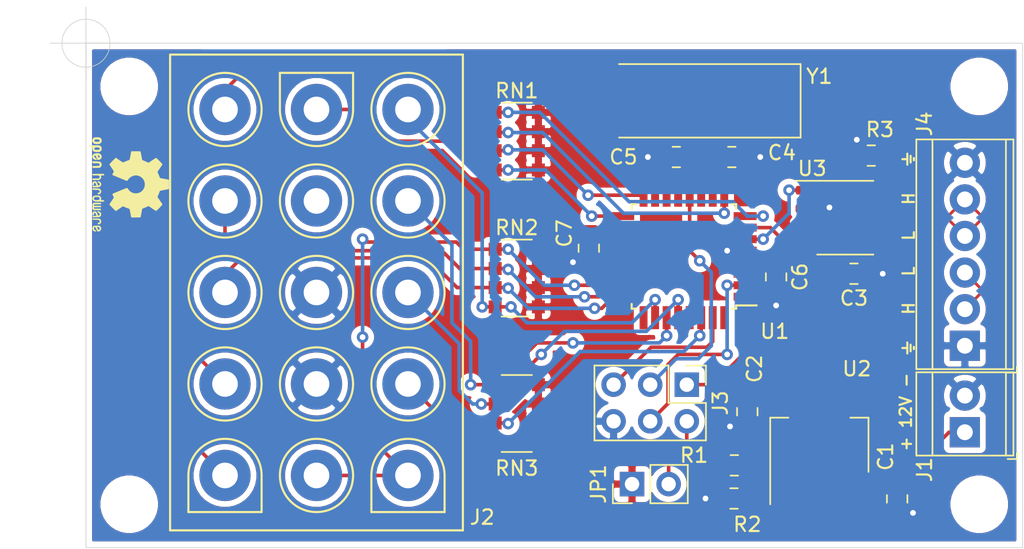
<source format=kicad_pcb>
(kicad_pcb (version 20171130) (host pcbnew 5.1.6+dfsg1-1)
  (title_block (title "Matemat Switch Feedback Interface") (date 2020-08-24) (rev 1) (company "CCC Basel"))
  (layers (0 F.Cu signal) (31 B.Cu signal) (34 B.Paste user) (35 F.Paste user) (36 B.SilkS user) (37 F.SilkS user) (38 B.Mask user) (39 F.Mask user) (44 Edge.Cuts user))
  (net 0 "")
  (net 1 GND)
  (net 2 +12V)
  (net 3 +5V)
  (net 4 "Net-(C4-Pad2)")
  (net 5 "Net-(C5-Pad2)")
  (net 6 /RESET)
  (net 7 "Net-(J3-Pad2)")
  (net 8 /CAN_P)
  (net 9 "Net-(R1-Pad2)")
  (net 10 "Net-(R3-Pad1)")
  (net 11 /D_EMPTY)
  (net 12 /SW_RESET)
  (net 13 /F_END)
  (net 14 /E_EMPTY)
  (net 15 /G_END)
  (net 16 /F_EMPTY)
  (net 17 /H_END)
  (net 18 /G_EMPTY)
  (net 19 /E_END)
  (net 20 /H_EMPTY)
  (net 21 /D_END)
  (net 22 /MOSI)
  (net 23 /SCK)
  (net 24 /MISO)
  (net 25 /RXCAN)
  (net 26 /TXCAN)
  (net 27 /CAN_N)
  (module Symbol:OSHW-Logo2_7.3x6mm_SilkScreen (layer F.Cu) (at 113 79.8 270)
    (fp_text reference REF** hide)
    (fp_text value OSHW-Logo2_7.3x6mm_SilkScreen hide)
  )
  (module Package_SO:SOIC-8_3.9x4.9mm_P1.27mm (layer F.Cu) (at 162.7 82.11)
    (fp_text reference U3 (at -2.3 -3.41) (layer F.SilkS))
    (fp_text value MCP2551-I-SN)
    (pad 8 smd roundrect (at 2.475 -1.905) (size 1.95 0.6) (layers F.Cu F.Paste F.Mask) (net 10 "Net-(R3-Pad1)"))
    (pad 7 smd roundrect (at 2.475 -0.635) (size 1.95 0.6) (layers F.Cu F.Paste F.Mask) (net 8 /CAN_P))
    (pad 6 smd roundrect (at 2.475 0.635) (size 1.95 0.6) (layers F.Cu F.Paste F.Mask) (net 27 /CAN_N))
    (pad 5 smd roundrect (at 2.475 1.905) (size 1.95 0.6) (layers F.Cu F.Paste F.Mask))
    (pad 4 smd roundrect (at -2.475 1.905) (size 1.95 0.6) (layers F.Cu F.Paste F.Mask) (net 25 /RXCAN))
    (pad 3 smd roundrect (at -2.475 0.635) (size 1.95 0.6) (layers F.Cu F.Paste F.Mask) (net 3 +5V))
    (pad 2 smd roundrect (at -2.475 -0.635) (size 1.95 0.6) (layers F.Cu F.Paste F.Mask) (net 1 GND))
    (pad 1 smd roundrect (at -2.475 -1.905) (size 1.95 0.6) (layers F.Cu F.Paste F.Mask) (net 26 /TXCAN))
  )
  (module MountingHole:MountingHole_3.2mm_M3_ISO7380 (layer F.Cu) (at 172 102)
    (fp_text reference H4 hide)
    (fp_text value SE)
    (pad 1 np_thru_hole circle (at 0 0) (size 3.2 3.2) (drill 3.2) (layers *.Cu *.Mask))
  )
  (module MountingHole:MountingHole_3.2mm_M3_ISO7380 (layer F.Cu) (at 172 73)
    (fp_text reference H3 hide)
    (fp_text value NE)
    (pad 1 np_thru_hole circle (at 0 0) (size 3.2 3.2) (drill 3.2) (layers *.Cu *.Mask))
  )
  (module MountingHole:MountingHole_3.2mm_M3_ISO7380 (layer F.Cu) (at 113 102)
    (fp_text reference H2 hide)
    (fp_text value SW)
    (pad 1 np_thru_hole circle (at 0 0) (size 3.2 3.2) (drill 3.2) (layers *.Cu *.Mask))
  )
  (module MountingHole:MountingHole_3.2mm_M3_ISO7380 (layer F.Cu) (at 113 73)
    (fp_text reference H1 hide)
    (fp_text value NW)
    (pad 1 np_thru_hole circle (at 0 0) (size 3.2 3.2) (drill 3.2) (layers *.Cu *.Mask))
  )
  (module Resistor_SMD:R_Array_Convex_4x1206 (layer F.Cu) (at 139.9 95.7)
    (fp_text reference RN3 (at 0 3.8) (layer F.SilkS))
    (fp_text value 1k)
    (pad 6 smd rect (at 1.5 0.66) (size 0.9 0.9) (layers F.Cu F.Paste F.Mask) (net 3 +5V))
    (pad 5 smd rect (at 1.5 2) (size 0.9 0.9) (layers F.Cu F.Paste F.Mask) (net 3 +5V))
    (pad 8 smd rect (at 1.5 -2) (size 0.9 0.9) (layers F.Cu F.Paste F.Mask) (net 3 +5V))
    (pad 7 smd rect (at 1.5 -0.66) (size 0.9 0.9) (layers F.Cu F.Paste F.Mask) (net 3 +5V))
    (pad 3 smd rect (at -1.5 0.66) (size 0.9 0.9) (layers F.Cu F.Paste F.Mask) (net 18 /G_EMPTY))
    (pad 2 smd rect (at -1.5 -0.66) (size 0.9 0.9) (layers F.Cu F.Paste F.Mask) (net 16 /F_EMPTY))
    (pad 4 smd rect (at -1.5 2) (size 0.9 0.9) (layers F.Cu F.Paste F.Mask))
    (pad 1 smd rect (at -1.5 -2) (size 0.9 0.9) (layers F.Cu F.Paste F.Mask) (net 14 /E_EMPTY))
  )
  (module Resistor_SMD:R_Array_Convex_4x1206 (layer F.Cu) (at 139.9 86.3)
    (fp_text reference RN2 (at 0 -3.5) (layer F.SilkS))
    (fp_text value 1k)
    (pad 6 smd rect (at 1.5 0.66) (size 0.9 0.9) (layers F.Cu F.Paste F.Mask) (net 3 +5V))
    (pad 5 smd rect (at 1.5 2) (size 0.9 0.9) (layers F.Cu F.Paste F.Mask) (net 3 +5V))
    (pad 8 smd rect (at 1.5 -2) (size 0.9 0.9) (layers F.Cu F.Paste F.Mask) (net 3 +5V))
    (pad 7 smd rect (at 1.5 -0.66) (size 0.9 0.9) (layers F.Cu F.Paste F.Mask) (net 3 +5V))
    (pad 3 smd rect (at -1.5 0.66) (size 0.9 0.9) (layers F.Cu F.Paste F.Mask) (net 17 /H_END))
    (pad 2 smd rect (at -1.5 -0.66) (size 0.9 0.9) (layers F.Cu F.Paste F.Mask) (net 15 /G_END))
    (pad 4 smd rect (at -1.5 2) (size 0.9 0.9) (layers F.Cu F.Paste F.Mask) (net 11 /D_EMPTY))
    (pad 1 smd rect (at -1.5 -2) (size 0.9 0.9) (layers F.Cu F.Paste F.Mask) (net 20 /H_EMPTY))
  )
  (module Resistor_SMD:R_Array_Convex_4x1206 (layer F.Cu) (at 139.9 76.8)
    (fp_text reference RN1 (at 0 -3.5) (layer F.SilkS))
    (fp_text value 1k)
    (pad 6 smd rect (at 1.5 0.66) (size 0.9 0.9) (layers F.Cu F.Paste F.Mask) (net 3 +5V))
    (pad 5 smd rect (at 1.5 2) (size 0.9 0.9) (layers F.Cu F.Paste F.Mask) (net 3 +5V))
    (pad 8 smd rect (at 1.5 -2) (size 0.9 0.9) (layers F.Cu F.Paste F.Mask) (net 3 +5V))
    (pad 7 smd rect (at 1.5 -0.66) (size 0.9 0.9) (layers F.Cu F.Paste F.Mask) (net 3 +5V))
    (pad 3 smd rect (at -1.5 0.66) (size 0.9 0.9) (layers F.Cu F.Paste F.Mask) (net 13 /F_END))
    (pad 2 smd rect (at -1.5 -0.66) (size 0.9 0.9) (layers F.Cu F.Paste F.Mask) (net 19 /E_END))
    (pad 4 smd rect (at -1.5 2) (size 0.9 0.9) (layers F.Cu F.Paste F.Mask) (net 12 /SW_RESET))
    (pad 1 smd rect (at -1.5 -2) (size 0.9 0.9) (layers F.Cu F.Paste F.Mask) (net 21 /D_END))
  )
  (module Crystal:Crystal_SMD_HC49-SD (layer F.Cu) (at 152.9 74 180)
    (fp_text reference Y1 (at -8 1.7) (layer F.SilkS))
    (fp_text value 16MHz)
    (pad 2 smd rect (at 4.25 0 180) (size 4.5 2) (layers F.Cu F.Paste F.Mask) (net 5 "Net-(C5-Pad2)"))
    (pad 1 smd rect (at -4.25 0 180) (size 4.5 2) (layers F.Cu F.Paste F.Mask) (net 4 "Net-(C4-Pad2)"))
  )
  (module Package_TO_SOT_SMD:SOT-223-3_TabPin2 (layer F.Cu) (at 160.9 97.9 90)
    (fp_text reference U2 (at 5.3 2.6 180) (layer F.SilkS))
    (fp_text value LM317_SOT-223)
    (pad 1 smd rect (at -3.15 -2.3 90) (size 2 1.5) (layers F.Cu F.Paste F.Mask) (net 9 "Net-(R1-Pad2)"))
    (pad 3 smd rect (at -3.15 2.3 90) (size 2 1.5) (layers F.Cu F.Paste F.Mask) (net 2 +12V))
    (pad 2 smd rect (at -3.15 0 90) (size 2 1.5) (layers F.Cu F.Paste F.Mask) (net 3 +5V))
    (pad 2 smd rect (at 3.15 0 90) (size 2 3.8) (layers F.Cu F.Paste F.Mask) (net 3 +5V))
  )
  (module Package_QFP:TQFP-32_7x7mm_P0.8mm (layer F.Cu) (at 151.5 84.8 180)
    (fp_text reference U1 (at -6.3 -5.2) (layer F.SilkS))
    (fp_text value ATmega32M1-AU)
    (pad 32 smd rect (at -2.8 -4.25 270) (size 1.6 0.55) (layers F.Cu F.Paste F.Mask))
    (pad 31 smd rect (at -2 -4.25 270) (size 1.6 0.55) (layers F.Cu F.Paste F.Mask) (net 6 /RESET))
    (pad 30 smd rect (at -1.2 -4.25 270) (size 1.6 0.55) (layers F.Cu F.Paste F.Mask) (net 18 /G_EMPTY))
    (pad 29 smd rect (at -0.4 -4.25 270) (size 1.6 0.55) (layers F.Cu F.Paste F.Mask))
    (pad 28 smd rect (at 0.4 -4.25 270) (size 1.6 0.55) (layers F.Cu F.Paste F.Mask) (net 16 /F_EMPTY))
    (pad 27 smd rect (at 1.2 -4.25 270) (size 1.6 0.55) (layers F.Cu F.Paste F.Mask) (net 14 /E_EMPTY))
    (pad 26 smd rect (at 2 -4.25 270) (size 1.6 0.55) (layers F.Cu F.Paste F.Mask) (net 11 /D_EMPTY))
    (pad 25 smd rect (at 2.8 -4.25 270) (size 1.6 0.55) (layers F.Cu F.Paste F.Mask))
    (pad 24 smd rect (at 4.25 -2.8 180) (size 1.6 0.55) (layers F.Cu F.Paste F.Mask) (net 17 /H_END))
    (pad 23 smd rect (at 4.25 -2 180) (size 1.6 0.55) (layers F.Cu F.Paste F.Mask) (net 15 /G_END))
    (pad 22 smd rect (at 4.25 -1.2 180) (size 1.6 0.55) (layers F.Cu F.Paste F.Mask) (net 20 /H_EMPTY))
    (pad 21 smd rect (at 4.25 -0.4 180) (size 1.6 0.55) (layers F.Cu F.Paste F.Mask))
    (pad 20 smd rect (at 4.25 0.4 180) (size 1.6 0.55) (layers F.Cu F.Paste F.Mask) (net 1 GND))
    (pad 19 smd rect (at 4.25 1.2 180) (size 1.6 0.55) (layers F.Cu F.Paste F.Mask) (net 3 +5V))
    (pad 18 smd rect (at 4.25 2 180) (size 1.6 0.55) (layers F.Cu F.Paste F.Mask))
    (pad 17 smd rect (at 4.25 2.8 180) (size 1.6 0.55) (layers F.Cu F.Paste F.Mask) (net 12 /SW_RESET))
    (pad 16 smd rect (at 2.8 4.25 270) (size 1.6 0.55) (layers F.Cu F.Paste F.Mask) (net 13 /F_END))
    (pad 15 smd rect (at 2 4.25 270) (size 1.6 0.55) (layers F.Cu F.Paste F.Mask))
    (pad 14 smd rect (at 1.2 4.25 270) (size 1.6 0.55) (layers F.Cu F.Paste F.Mask))
    (pad 13 smd rect (at 0.4 4.25 270) (size 1.6 0.55) (layers F.Cu F.Paste F.Mask))
    (pad 12 smd rect (at -0.4 4.25 270) (size 1.6 0.55) (layers F.Cu F.Paste F.Mask) (net 23 /SCK))
    (pad 11 smd rect (at -1.2 4.25 270) (size 1.6 0.55) (layers F.Cu F.Paste F.Mask) (net 5 "Net-(C5-Pad2)"))
    (pad 10 smd rect (at -2 4.25 270) (size 1.6 0.55) (layers F.Cu F.Paste F.Mask) (net 4 "Net-(C4-Pad2)"))
    (pad 9 smd rect (at -2.8 4.25 270) (size 1.6 0.55) (layers F.Cu F.Paste F.Mask) (net 19 /E_END))
    (pad 8 smd rect (at -4.25 2.8 180) (size 1.6 0.55) (layers F.Cu F.Paste F.Mask) (net 21 /D_END))
    (pad 7 smd rect (at -4.25 2 180) (size 1.6 0.55) (layers F.Cu F.Paste F.Mask) (net 25 /RXCAN))
    (pad 6 smd rect (at -4.25 1.2 180) (size 1.6 0.55) (layers F.Cu F.Paste F.Mask) (net 26 /TXCAN))
    (pad 5 smd rect (at -4.25 0.4 180) (size 1.6 0.55) (layers F.Cu F.Paste F.Mask) (net 1 GND))
    (pad 4 smd rect (at -4.25 -0.4 180) (size 1.6 0.55) (layers F.Cu F.Paste F.Mask) (net 3 +5V))
    (pad 3 smd rect (at -4.25 -1.2 180) (size 1.6 0.55) (layers F.Cu F.Paste F.Mask))
    (pad 2 smd rect (at -4.25 -2 180) (size 1.6 0.55) (layers F.Cu F.Paste F.Mask) (net 22 /MOSI))
    (pad 1 smd rect (at -4.25 -2.8 180) (size 1.6 0.55) (layers F.Cu F.Paste F.Mask) (net 24 /MISO))
  )
  (module Resistor_SMD:R_0805_2012Metric_Pad1.15x1.40mm_HandSolder (layer F.Cu) (at 164.5 77.8 180)
    (fp_text reference R3 (at -0.6 1.8) (layer F.SilkS))
    (fp_text value 0)
    (pad 2 smd roundrect (at 1.025 0 180) (size 1.15 1.4) (layers F.Cu F.Paste F.Mask) (roundrect_rratio 0.217391) (net 1 GND))
    (pad 1 smd roundrect (at -1.025 0 180) (size 1.15 1.4) (layers F.Cu F.Paste F.Mask) (roundrect_rratio 0.217391) (net 10 "Net-(R3-Pad1)"))
  )
  (module Resistor_SMD:R_0805_2012Metric_Pad1.15x1.40mm_HandSolder (layer F.Cu) (at 154.975 101.6 180)
    (fp_text reference R2 (at -0.925 -1.8) (layer F.SilkS))
    (fp_text value 3k3/1%)
    (pad 2 smd roundrect (at 1.025 0 180) (size 1.15 1.4) (layers F.Cu F.Paste F.Mask) (roundrect_rratio 0.217391) (net 1 GND))
    (pad 1 smd roundrect (at -1.025 0 180) (size 1.15 1.4) (layers F.Cu F.Paste F.Mask) (roundrect_rratio 0.217391) (net 9 "Net-(R1-Pad2)"))
  )
  (module Resistor_SMD:R_0805_2012Metric_Pad1.15x1.40mm_HandSolder (layer F.Cu) (at 155 99.3)
    (fp_text reference R1 (at -2.8 -0.7) (layer F.SilkS))
    (fp_text value 1k2/1%)
    (pad 2 smd roundrect (at 1.025 0) (size 1.15 1.4) (layers F.Cu F.Paste F.Mask) (roundrect_rratio 0.217391) (net 9 "Net-(R1-Pad2)"))
    (pad 1 smd roundrect (at -1.025 0) (size 1.15 1.4) (layers F.Cu F.Paste F.Mask) (roundrect_rratio 0.217391) (net 3 +5V))
  )
  (module Connector_PinHeader_2.54mm:PinHeader_1x02_P2.54mm_Vertical (layer F.Cu) (at 147.9 100.6 90)
    (fp_text reference JP1 (at 0 -2.33 90) (layer F.SilkS))
    (fp_text value Jumper)
    (pad 2 thru_hole oval (at 0 2.54 90) (size 1.7 1.7) (drill 1) (layers *.Cu *.Mask) (net 7 "Net-(J3-Pad2)"))
    (pad 1 thru_hole rect (at 0 0 90) (size 1.7 1.7) (drill 1) (layers *.Cu *.Mask) (net 3 +5V))
  )
  (module TerminalBlock_TE-Connectivity:TerminalBlock_TE_282834-6_1x06_P2.54mm_Horizontal (layer F.Cu) (at 171 91 90)
    (fp_text reference J4 (at 15.4 -2.8 90) (layer F.SilkS))
    (fp_text value CAN)
    (pad 6 thru_hole circle (at 12.7 0 90) (size 2.1 2.1) (drill 1.1) (layers *.Cu *.Mask) (net 1 GND))
    (pad 5 thru_hole circle (at 10.16 0 90) (size 2.1 2.1) (drill 1.1) (layers *.Cu *.Mask) (net 8 /CAN_P))
    (pad 4 thru_hole circle (at 7.62 0 90) (size 2.1 2.1) (drill 1.1) (layers *.Cu *.Mask) (net 27 /CAN_N))
    (pad 3 thru_hole circle (at 5.08 0 90) (size 2.1 2.1) (drill 1.1) (layers *.Cu *.Mask) (net 27 /CAN_N))
    (pad 2 thru_hole circle (at 2.54 0 90) (size 2.1 2.1) (drill 1.1) (layers *.Cu *.Mask) (net 8 /CAN_P))
    (pad 1 thru_hole rect (at 0 0 90) (size 2.1 2.1) (drill 1.1) (layers *.Cu *.Mask) (net 1 GND))
  )
  (module Connector_PinHeader_2.54mm:PinHeader_2x03_P2.54mm_Vertical (layer F.Cu) (at 151.7 93.7 270)
    (fp_text reference J3 (at 1.27 -2.33 90) (layer F.SilkS))
    (fp_text value AVR-ISP-6)
    (pad 6 thru_hole oval (at 2.54 5.08 270) (size 1.7 1.7) (drill 1) (layers *.Cu *.Mask) (net 1 GND))
    (pad 5 thru_hole oval (at 0 5.08 270) (size 1.7 1.7) (drill 1) (layers *.Cu *.Mask) (net 6 /RESET))
    (pad 4 thru_hole oval (at 2.54 2.54 270) (size 1.7 1.7) (drill 1) (layers *.Cu *.Mask) (net 22 /MOSI))
    (pad 3 thru_hole oval (at 0 2.54 270) (size 1.7 1.7) (drill 1) (layers *.Cu *.Mask) (net 23 /SCK))
    (pad 2 thru_hole oval (at 2.54 0 270) (size 1.7 1.7) (drill 1) (layers *.Cu *.Mask) (net 7 "Net-(J3-Pad2)"))
    (pad 1 thru_hole rect (at 0 0 270) (size 1.7 1.7) (drill 1) (layers *.Cu *.Mask) (net 24 /MISO))
  )
  (module onitake:Molex_MLX-42002_10-84-4150_3x5-Pin_P6.35mm_Vertical (layer F.Cu) (at 126 100)
    (fp_text reference J2 (at 11.5 2.9) (layer F.SilkS))
    (fp_text value C)
    (pad 15 thru_hole circle (at 6.35 -25.4) (size 3.56 3.56) (drill 1.78) (layers *.Cu *.Mask) (net 11 /D_EMPTY))
    (pad 14 thru_hole circle (at 0 -25.4) (size 3.56 3.56) (drill 1.78) (layers *.Cu *.Mask) (net 12 /SW_RESET))
    (pad 13 thru_hole circle (at -6.35 -25.4) (size 3.56 3.56) (drill 1.78) (layers *.Cu *.Mask) (net 13 /F_END))
    (pad 12 thru_hole circle (at 6.35 -19.05) (size 3.56 3.56) (drill 1.78) (layers *.Cu *.Mask) (net 14 /E_EMPTY))
    (pad 11 thru_hole circle (at 0 -19.05) (size 3.56 3.56) (drill 1.78) (layers *.Cu *.Mask))
    (pad 10 thru_hole circle (at -6.35 -19.05) (size 3.56 3.56) (drill 1.78) (layers *.Cu *.Mask) (net 15 /G_END))
    (pad 9 thru_hole circle (at 6.35 -12.7) (size 3.56 3.56) (drill 1.78) (layers *.Cu *.Mask) (net 16 /F_EMPTY))
    (pad 8 thru_hole circle (at 0 -12.7) (size 3.56 3.56) (drill 1.78) (layers *.Cu *.Mask) (net 1 GND))
    (pad 7 thru_hole circle (at -6.35 -12.7) (size 3.56 3.56) (drill 1.78) (layers *.Cu *.Mask) (net 17 /H_END))
    (pad 6 thru_hole circle (at 6.35 -6.35) (size 3.56 3.56) (drill 1.78) (layers *.Cu *.Mask) (net 18 /G_EMPTY))
    (pad 5 thru_hole circle (at 0 -6.35) (size 3.56 3.56) (drill 1.78) (layers *.Cu *.Mask) (net 1 GND))
    (pad 4 thru_hole circle (at -6.35 -6.35) (size 3.56 3.56) (drill 1.78) (layers *.Cu *.Mask) (net 19 /E_END))
    (pad 3 thru_hole circle (at 6.35 0) (size 3.56 3.56) (drill 1.78) (layers *.Cu *.Mask) (net 20 /H_EMPTY))
    (pad 2 thru_hole circle (at 0 0) (size 3.56 3.56) (drill 1.78) (layers *.Cu *.Mask) (net 20 /H_EMPTY))
    (pad 1 thru_hole circle (at -6.35 0) (size 3.56 3.56) (drill 1.78) (layers *.Cu *.Mask) (net 21 /D_END))
  )
  (module TerminalBlock_TE-Connectivity:TerminalBlock_TE_282834-2_1x02_P2.54mm_Horizontal (layer F.Cu) (at 171 97 90)
    (fp_text reference J1 (at -2.6 -2.8 90) (layer F.SilkS))
    (fp_text value 12V)
    (pad 2 thru_hole circle (at 2.54 0 90) (size 2.1 2.1) (drill 1.1) (layers *.Cu *.Mask) (net 1 GND))
    (pad 1 thru_hole rect (at 0 0 90) (size 2.1 2.1) (drill 1.1) (layers *.Cu *.Mask) (net 2 +12V))
  )
  (module Capacitor_SMD:C_0805_2012Metric_Pad1.15x1.40mm_HandSolder (layer F.Cu) (at 144.9 84.225 270)
    (fp_text reference C7 (at -1.025 1.7 90) (layer F.SilkS))
    (fp_text value 100n)
    (pad 2 smd roundrect (at 1.025 0 270) (size 1.15 1.4) (layers F.Cu F.Paste F.Mask) (roundrect_rratio 0.217391) (net 1 GND))
    (pad 1 smd roundrect (at -1.025 0 270) (size 1.15 1.4) (layers F.Cu F.Paste F.Mask) (roundrect_rratio 0.217391) (net 3 +5V))
  )
  (module Capacitor_SMD:C_0805_2012Metric_Pad1.15x1.40mm_HandSolder (layer F.Cu) (at 157.9 86.225 270)
    (fp_text reference C6 (at 0 -1.65 90) (layer F.SilkS))
    (fp_text value 100n)
    (pad 2 smd roundrect (at 1.025 0 270) (size 1.15 1.4) (layers F.Cu F.Paste F.Mask) (roundrect_rratio 0.217391) (net 1 GND))
    (pad 1 smd roundrect (at -1.025 0 270) (size 1.15 1.4) (layers F.Cu F.Paste F.Mask) (roundrect_rratio 0.217391) (net 3 +5V))
  )
  (module Capacitor_SMD:C_0805_2012Metric_Pad1.15x1.40mm_HandSolder (layer F.Cu) (at 150.975 77.9)
    (fp_text reference C5 (at -3.675 0) (layer F.SilkS))
    (fp_text value 22p)
    (pad 2 smd roundrect (at 1.025 0) (size 1.15 1.4) (layers F.Cu F.Paste F.Mask) (roundrect_rratio 0.217391) (net 5 "Net-(C5-Pad2)"))
    (pad 1 smd roundrect (at -1.025 0) (size 1.15 1.4) (layers F.Cu F.Paste F.Mask) (roundrect_rratio 0.217391) (net 1 GND))
  )
  (module Capacitor_SMD:C_0805_2012Metric_Pad1.15x1.40mm_HandSolder (layer F.Cu) (at 154.825 77.9 180)
    (fp_text reference C4 (at -3.475 0.3) (layer F.SilkS))
    (fp_text value 22p)
    (pad 2 smd roundrect (at 1.025 0 180) (size 1.15 1.4) (layers F.Cu F.Paste F.Mask) (roundrect_rratio 0.217391) (net 4 "Net-(C4-Pad2)"))
    (pad 1 smd roundrect (at -1.025 0 180) (size 1.15 1.4) (layers F.Cu F.Paste F.Mask) (roundrect_rratio 0.217391) (net 1 GND))
  )
  (module Capacitor_SMD:C_0805_2012Metric_Pad1.15x1.40mm_HandSolder (layer F.Cu) (at 163.3 86)
    (fp_text reference C3 (at 0 1.7) (layer F.SilkS))
    (fp_text value 100n)
    (pad 2 smd roundrect (at 1.025 0) (size 1.15 1.4) (layers F.Cu F.Paste F.Mask) (roundrect_rratio 0.217391) (net 1 GND))
    (pad 1 smd roundrect (at -1.025 0) (size 1.15 1.4) (layers F.Cu F.Paste F.Mask) (roundrect_rratio 0.217391) (net 3 +5V))
  )
  (module Capacitor_SMD:C_0805_2012Metric_Pad1.15x1.40mm_HandSolder (layer F.Cu) (at 155.9 95.575 270)
    (fp_text reference C2 (at -2.975 -0.5 90) (layer F.SilkS))
    (fp_text value 1u)
    (pad 2 smd roundrect (at 1.025 0 270) (size 1.15 1.4) (layers F.Cu F.Paste F.Mask) (roundrect_rratio 0.217391) (net 1 GND))
    (pad 1 smd roundrect (at -1.025 0 270) (size 1.15 1.4) (layers F.Cu F.Paste F.Mask) (roundrect_rratio 0.217391) (net 3 +5V))
  )
  (module Capacitor_SMD:C_0805_2012Metric_Pad1.15x1.40mm_HandSolder (layer F.Cu) (at 166.3 101.625 270)
    (fp_text reference C1 (at -2.925 0.8 90) (layer F.SilkS))
    (fp_text value 100n)
    (pad 2 smd roundrect (at 1.025 0 270) (size 1.15 1.4) (layers F.Cu F.Paste F.Mask) (roundrect_rratio 0.217391) (net 1 GND))
    (pad 1 smd roundrect (at -1.025 0 270) (size 1.15 1.4) (layers F.Cu F.Paste F.Mask) (roundrect_rratio 0.217391) (net 2 +12V))
  )
  (gr_text "⏚   H   L   L   H   ⏚" (at 167.1 84.6 90) (layer F.SilkS) (effects (font (size 0.8 0.8))))
  (gr_text "+ 12V -" (at 166.9 95.6 90) (layer F.SilkS) (effects (font (size 0.8 0.8))))
  (target plus (at 110 70) (size 5) (width 0.05) (layer Edge.Cuts))
  (gr_line (start 175 70) (end 110 70) (layer Edge.Cuts) (width 0.05))
  (gr_line (start 175 105) (end 175 70) (layer Edge.Cuts) (width 0.05))
  (gr_line (start 110 105) (end 175 105) (layer Edge.Cuts) (width 0.05))
  (gr_line (start 110 70) (end 110 105) (layer Edge.Cuts) (width 0.05))
  (via (at 161.6 81.4) (size 0.8) (drill 0.4) (layers F.Cu B.Cu) (net 1))
  (segment (start 161.535 81.465) (end 161.6 81.4) (width 0.25) (layer F.Cu) (net 1))
  (segment (start 160.225 81.465) (end 161.535 81.465) (width 0.25) (layer F.Cu) (net 1))
  (via (at 165.3 86) (size 0.8) (drill 0.4) (layers F.Cu B.Cu) (net 1))
  (segment (start 164.325 86) (end 165.3 86) (width 0.25) (layer F.Cu) (net 1))
  (via (at 157.9 88.2) (size 0.8) (drill 0.4) (layers F.Cu B.Cu) (net 1))
  (segment (start 157.9 87.25) (end 157.9 88.2) (width 0.25) (layer F.Cu) (net 1))
  (via (at 154.5 84.4) (size 0.8) (drill 0.4) (layers F.Cu B.Cu) (net 1))
  (segment (start 155.75 84.4) (end 154.5 84.4) (width 0.25) (layer F.Cu) (net 1))
  (via (at 163.5 76.7) (size 0.8) (drill 0.4) (layers F.Cu B.Cu) (net 1))
  (segment (start 163.475 76.725) (end 163.5 76.7) (width 0.25) (layer F.Cu) (net 1))
  (segment (start 163.475 77.8) (end 163.475 76.725) (width 0.25) (layer F.Cu) (net 1))
  (via (at 156.8 77.9) (size 0.8) (drill 0.4) (layers F.Cu B.Cu) (net 1))
  (segment (start 155.85 77.9) (end 156.8 77.9) (width 0.25) (layer F.Cu) (net 1))
  (via (at 149 77.9) (size 0.8) (drill 0.4) (layers F.Cu B.Cu) (net 1))
  (segment (start 149.95 77.9) (end 149 77.9) (width 0.25) (layer F.Cu) (net 1))
  (via (at 153 101.6) (size 0.8) (drill 0.4) (layers F.Cu B.Cu) (net 1))
  (segment (start 153.95 101.6) (end 153 101.6) (width 0.25) (layer F.Cu) (net 1))
  (via (at 154.7 96.6) (size 0.8) (drill 0.4) (layers F.Cu B.Cu) (net 1))
  (segment (start 155.9 96.6) (end 154.7 96.6) (width 0.25) (layer F.Cu) (net 1))
  (via (at 143.8 85.2) (size 0.8) (drill 0.4) (layers F.Cu B.Cu) (net 1))
  (segment (start 143.85 85.25) (end 143.8 85.2) (width 0.25) (layer F.Cu) (net 1))
  (segment (start 144.9 85.25) (end 143.85 85.25) (width 0.25) (layer F.Cu) (net 1))
  (segment (start 145.75 84.4) (end 144.9 85.25) (width 0.25) (layer F.Cu) (net 1))
  (segment (start 147.25 84.4) (end 145.75 84.4) (width 0.25) (layer F.Cu) (net 1))
  (via (at 167.4 102.6) (size 0.8) (drill 0.4) (layers F.Cu B.Cu) (net 1))
  (segment (start 167.35 102.65) (end 167.4 102.6) (width 0.25) (layer F.Cu) (net 1))
  (segment (start 166.3 102.65) (end 167.35 102.65) (width 0.25) (layer F.Cu) (net 1))
  (segment (start 169.9 97) (end 166.3 100.6) (width 0.25) (layer F.Cu) (net 2))
  (segment (start 171 97) (end 169.9 97) (width 0.25) (layer F.Cu) (net 2))
  (segment (start 163.65 100.6) (end 163.2 101.05) (width 0.25) (layer F.Cu) (net 2))
  (segment (start 166.3 100.6) (end 163.65 100.6) (width 0.25) (layer F.Cu) (net 2))
  (segment (start 155.75 85.2) (end 157.9 85.2) (width 0.25) (layer F.Cu) (net 3))
  (segment (start 145.3 83.6) (end 144.9 83.2) (width 0.25) (layer F.Cu) (net 3))
  (segment (start 147.25 83.6) (end 145.3 83.6) (width 0.25) (layer F.Cu) (net 3))
  (segment (start 155.75 85.2) (end 154.3 85.2) (width 0.25) (layer F.Cu) (net 3))
  (segment (start 154.3 85.2) (end 153.1 86.4) (width 0.25) (layer F.Cu) (net 3))
  (segment (start 153.1 86.4) (end 151.5 86.4) (width 0.25) (layer F.Cu) (net 3))
  (segment (start 148.7 83.6) (end 147.25 83.6) (width 0.25) (layer F.Cu) (net 3))
  (segment (start 151.5 86.4) (end 148.7 83.6) (width 0.25) (layer F.Cu) (net 3))
  (segment (start 153.5 78.2) (end 153.8 77.9) (width 0.25) (layer F.Cu) (net 4))
  (segment (start 153.5 80.55) (end 153.5 78.2) (width 0.25) (layer F.Cu) (net 4))
  (segment (start 153.8 77.35) (end 157.15 74) (width 0.25) (layer F.Cu) (net 4))
  (segment (start 153.8 77.9) (end 153.8 77.35) (width 0.25) (layer F.Cu) (net 4))
  (segment (start 152.7 78.6) (end 152 77.9) (width 0.25) (layer F.Cu) (net 5))
  (segment (start 152.7 80.55) (end 152.7 78.6) (width 0.25) (layer F.Cu) (net 5))
  (segment (start 152 77.35) (end 148.65 74) (width 0.25) (layer F.Cu) (net 5))
  (segment (start 152 77.9) (end 152 77.35) (width 0.25) (layer F.Cu) (net 5))
  (segment (start 153.5 89.05) (end 153.5 90.7) (width 0.25) (layer F.Cu) (net 6))
  (segment (start 153.5 90.7) (end 153.1 91.1) (width 0.25) (layer F.Cu) (net 6))
  (segment (start 149.22 91.1) (end 146.62 93.7) (width 0.25) (layer F.Cu) (net 6))
  (segment (start 153.1 91.1) (end 149.22 91.1) (width 0.25) (layer F.Cu) (net 6))
  (segment (start 150.44 100.6) (end 150.44 99.06) (width 0.25) (layer F.Cu) (net 7))
  (segment (start 151.7 97.8) (end 151.7 96.24) (width 0.25) (layer F.Cu) (net 7))
  (segment (start 150.44 99.06) (end 151.7 97.8) (width 0.25) (layer F.Cu) (net 7))
  (segment (start 169.905 81.935) (end 171 80.84) (width 0.2) (layer F.Cu) (net 8))
  (segment (start 165.805 81.475) (end 166.265 81.935) (width 0.2) (layer F.Cu) (net 8))
  (segment (start 165.175 81.475) (end 165.805 81.475) (width 0.2) (layer F.Cu) (net 8))
  (segment (start 166.265 81.935) (end 169.905 81.935) (width 0.2) (layer F.Cu) (net 8))
  (segment (start 172.095 81.935) (end 172.882488 81.935) (width 0.2) (layer F.Cu) (net 8))
  (segment (start 171 80.84) (end 172.095 81.935) (width 0.2) (layer F.Cu) (net 8))
  (segment (start 172.882488 81.935) (end 173.475 82.527512) (width 0.2) (layer F.Cu) (net 8))
  (segment (start 173.475 82.527512) (end 173.475 86.772488) (width 0.2) (layer F.Cu) (net 8))
  (segment (start 172.095 87.365) (end 171 88.46) (width 0.2) (layer F.Cu) (net 8))
  (segment (start 172.882488 87.365) (end 172.095 87.365) (width 0.2) (layer F.Cu) (net 8))
  (segment (start 173.475 86.772488) (end 172.882488 87.365) (width 0.2) (layer F.Cu) (net 8))
  (segment (start 156.025 101.575) (end 156 101.6) (width 0.25) (layer F.Cu) (net 9))
  (segment (start 156.025 99.3) (end 156.025 101.575) (width 0.25) (layer F.Cu) (net 9))
  (segment (start 156.55 101.05) (end 156 101.6) (width 0.25) (layer F.Cu) (net 9))
  (segment (start 158.6 101.05) (end 156.55 101.05) (width 0.25) (layer F.Cu) (net 9))
  (segment (start 165.175 80.195) (end 165.405 80.195) (width 0.25) (layer F.Cu) (net 10))
  (segment (start 165.525 80.075) (end 165.525 77.8) (width 0.25) (layer F.Cu) (net 10))
  (segment (start 165.405 80.195) (end 165.525 80.075) (width 0.25) (layer F.Cu) (net 10))
  (via (at 149.5 87.8) (size 0.8) (drill 0.4) (layers F.Cu B.Cu) (net 11))
  (segment (start 149.5 89.05) (end 149.5 87.8) (width 0.25) (layer F.Cu) (net 11))
  (segment (start 147.9 89.4) (end 142.7 89.4) (width 0.25) (layer B.Cu) (net 11))
  (segment (start 149.5 87.8) (end 147.9 89.4) (width 0.25) (layer B.Cu) (net 11))
  (via (at 139.5 88.3) (size 0.8) (drill 0.4) (layers F.Cu B.Cu) (net 11))
  (segment (start 138.4 88.3) (end 139.5 88.3) (width 0.25) (layer F.Cu) (net 11))
  (segment (start 140.6 89.4) (end 140.8 89.4) (width 0.25) (layer B.Cu) (net 11))
  (segment (start 139.5 88.3) (end 140.6 89.4) (width 0.25) (layer B.Cu) (net 11))
  (segment (start 142.7 89.4) (end 140.8 89.4) (width 0.25) (layer B.Cu) (net 11))
  (segment (start 132.35 75.25) (end 137.5 80.4) (width 0.25) (layer B.Cu) (net 11))
  (segment (start 132.35 74.6) (end 132.35 75.25) (width 0.25) (layer B.Cu) (net 11))
  (via (at 137.5 88.3) (size 0.8) (drill 0.4) (layers F.Cu B.Cu) (net 11))
  (segment (start 138.4 88.3) (end 137.5 88.3) (width 0.25) (layer F.Cu) (net 11))
  (segment (start 137.5 88.3) (end 137.5 80.4) (width 0.25) (layer B.Cu) (net 11))
  (segment (start 137 78.8) (end 138.4 78.8) (width 0.25) (layer F.Cu) (net 12))
  (segment (start 135 76.8) (end 137 78.8) (width 0.25) (layer F.Cu) (net 12))
  (segment (start 131.1 76.8) (end 135 76.8) (width 0.25) (layer F.Cu) (net 12))
  (segment (start 128.9 74.6) (end 131.1 76.8) (width 0.25) (layer F.Cu) (net 12))
  (segment (start 126 74.6) (end 128.9 74.6) (width 0.25) (layer F.Cu) (net 12))
  (via (at 139.3 78.8) (size 0.8) (drill 0.4) (layers F.Cu B.Cu) (net 12))
  (segment (start 138.4 78.8) (end 139.3 78.8) (width 0.25) (layer F.Cu) (net 12))
  (via (at 145.1 82) (size 0.8) (drill 0.4) (layers F.Cu B.Cu) (net 12))
  (segment (start 141.9 78.8) (end 145.1 82) (width 0.25) (layer B.Cu) (net 12))
  (segment (start 139.3 78.8) (end 141.9 78.8) (width 0.25) (layer B.Cu) (net 12))
  (segment (start 147.25 82) (end 145.1 82) (width 0.25) (layer F.Cu) (net 12))
  (segment (start 136.76 77.46) (end 138.4 77.46) (width 0.25) (layer F.Cu) (net 13))
  (segment (start 135.3 76) (end 136.76 77.46) (width 0.25) (layer F.Cu) (net 13))
  (segment (start 135.3 73.9) (end 135.3 76) (width 0.25) (layer F.Cu) (net 13))
  (segment (start 133.5 72.1) (end 135.3 73.9) (width 0.25) (layer F.Cu) (net 13))
  (segment (start 120.8 72.1) (end 133.5 72.1) (width 0.25) (layer F.Cu) (net 13))
  (segment (start 119.65 73.25) (end 120.8 72.1) (width 0.25) (layer F.Cu) (net 13))
  (segment (start 119.65 74.6) (end 119.65 73.25) (width 0.25) (layer F.Cu) (net 13))
  (via (at 139.3 77.4) (size 0.8) (drill 0.4) (layers F.Cu B.Cu) (net 13))
  (segment (start 139.24 77.46) (end 139.3 77.4) (width 0.25) (layer F.Cu) (net 13))
  (segment (start 138.4 77.46) (end 139.24 77.46) (width 0.25) (layer F.Cu) (net 13))
  (via (at 144.85 80.55) (size 0.8) (drill 0.4) (layers F.Cu B.Cu) (net 13))
  (segment (start 141.7 77.4) (end 144.85 80.55) (width 0.25) (layer B.Cu) (net 13))
  (segment (start 139.3 77.4) (end 141.7 77.4) (width 0.25) (layer B.Cu) (net 13))
  (segment (start 144.85 80.55) (end 148.7 80.55) (width 0.25) (layer F.Cu) (net 13))
  (via (at 136.7 93.7) (size 0.8) (drill 0.4) (layers F.Cu B.Cu) (net 14))
  (segment (start 136.7 93.7) (end 138.4 93.7) (width 0.25) (layer F.Cu) (net 14))
  (via (at 150.3 90.3) (size 0.8) (drill 0.4) (layers F.Cu B.Cu) (net 14))
  (segment (start 150.3 89.05) (end 150.3 90.3) (width 0.25) (layer F.Cu) (net 14))
  (segment (start 150.3 90.3) (end 149.8 90.8) (width 0.25) (layer B.Cu) (net 14))
  (segment (start 141.3 90.8) (end 138.4 93.7) (width 0.25) (layer F.Cu) (net 14))
  (via (at 143.8 90.8) (size 0.8) (drill 0.4) (layers F.Cu B.Cu) (net 14))
  (segment (start 141.3 90.8) (end 143.8 90.8) (width 0.25) (layer F.Cu) (net 14))
  (segment (start 143.8 90.8) (end 149.8 90.8) (width 0.25) (layer B.Cu) (net 14))
  (segment (start 136.7 90.7) (end 136.7 93.7) (width 0.25) (layer B.Cu) (net 14))
  (segment (start 135.4 89.4) (end 136.7 90.7) (width 0.25) (layer B.Cu) (net 14))
  (segment (start 135.4 84) (end 135.4 89.4) (width 0.25) (layer B.Cu) (net 14))
  (segment (start 132.35 80.95) (end 135.4 84) (width 0.25) (layer B.Cu) (net 14))
  (via (at 144.6 87.6) (size 0.8) (drill 0.4) (layers F.Cu B.Cu) (net 15))
  (via (at 139.3 85.7) (size 0.8) (drill 0.4) (layers F.Cu B.Cu) (net 15))
  (segment (start 141.2 87.6) (end 139.3 85.7) (width 0.25) (layer B.Cu) (net 15))
  (segment (start 144.6 87.6) (end 141.2 87.6) (width 0.25) (layer B.Cu) (net 15))
  (segment (start 139.24 85.64) (end 138.4 85.64) (width 0.25) (layer F.Cu) (net 15))
  (segment (start 139.3 85.7) (end 139.24 85.64) (width 0.25) (layer F.Cu) (net 15))
  (segment (start 147.25 86.8) (end 146.4 86.8) (width 0.25) (layer F.Cu) (net 15))
  (segment (start 145.6 87.6) (end 144.6 87.6) (width 0.25) (layer F.Cu) (net 15))
  (segment (start 146.4 86.8) (end 145.6 87.6) (width 0.25) (layer F.Cu) (net 15))
  (segment (start 135.94 85.64) (end 134.7 84.4) (width 0.25) (layer F.Cu) (net 15))
  (segment (start 138.4 85.64) (end 135.94 85.64) (width 0.25) (layer F.Cu) (net 15))
  (segment (start 119.65 83.25) (end 120.8 84.4) (width 0.25) (layer F.Cu) (net 15))
  (segment (start 119.65 80.95) (end 119.65 83.25) (width 0.25) (layer F.Cu) (net 15))
  (segment (start 134.7 84.4) (end 120.8 84.4) (width 0.25) (layer F.Cu) (net 15))
  (via (at 151.1 87.8) (size 0.8) (drill 0.4) (layers F.Cu B.Cu) (net 16))
  (segment (start 151.1 89.05) (end 151.1 87.8) (width 0.25) (layer F.Cu) (net 16))
  (segment (start 151.1 87.8) (end 148.9 90) (width 0.25) (layer B.Cu) (net 16))
  (segment (start 148.9 90) (end 143.2 90) (width 0.25) (layer B.Cu) (net 16))
  (via (at 137.44 95.04) (size 0.8) (drill 0.4) (layers F.Cu B.Cu) (net 16))
  (segment (start 138.4 95.04) (end 137.44 95.04) (width 0.25) (layer F.Cu) (net 16))
  (segment (start 137.44 95.04) (end 136.84 95.04) (width 0.25) (layer B.Cu) (net 16))
  (segment (start 136.84 95.04) (end 135.9 94.1) (width 0.25) (layer B.Cu) (net 16))
  (segment (start 135.9 90.85) (end 132.35 87.3) (width 0.25) (layer B.Cu) (net 16))
  (segment (start 135.9 94.1) (end 135.9 90.85) (width 0.25) (layer B.Cu) (net 16))
  (via (at 141.6 91.6) (size 0.8) (drill 0.4) (layers F.Cu B.Cu) (net 16))
  (segment (start 143.2 90) (end 141.6 91.6) (width 0.25) (layer B.Cu) (net 16))
  (segment (start 141.6 91.6) (end 140 93.2) (width 0.25) (layer F.Cu) (net 16))
  (segment (start 140 93.2) (end 140 94.4) (width 0.25) (layer F.Cu) (net 16))
  (segment (start 139.36 95.04) (end 138.4 95.04) (width 0.25) (layer F.Cu) (net 16))
  (segment (start 140 94.4) (end 139.36 95.04) (width 0.25) (layer F.Cu) (net 16))
  (via (at 139.3 87) (size 0.8) (drill 0.4) (layers F.Cu B.Cu) (net 17))
  (segment (start 139.26 86.96) (end 139.3 87) (width 0.25) (layer F.Cu) (net 17))
  (segment (start 138.4 86.96) (end 139.26 86.96) (width 0.25) (layer F.Cu) (net 17))
  (via (at 145.3 88.4) (size 0.8) (drill 0.4) (layers F.Cu B.Cu) (net 17))
  (segment (start 140.7 88.4) (end 145.3 88.4) (width 0.25) (layer B.Cu) (net 17))
  (segment (start 139.3 87) (end 140.7 88.4) (width 0.25) (layer B.Cu) (net 17))
  (segment (start 145.3 88.4) (end 145.8 88.4) (width 0.25) (layer F.Cu) (net 17))
  (segment (start 146.6 87.6) (end 147.25 87.6) (width 0.25) (layer F.Cu) (net 17))
  (segment (start 145.8 88.4) (end 146.6 87.6) (width 0.25) (layer F.Cu) (net 17))
  (segment (start 135.76 86.96) (end 133.7 84.9) (width 0.25) (layer F.Cu) (net 17))
  (segment (start 138.4 86.96) (end 135.76 86.96) (width 0.25) (layer F.Cu) (net 17))
  (segment (start 119.65 86.05) (end 119.65 87.3) (width 0.25) (layer F.Cu) (net 17))
  (segment (start 120.8 84.9) (end 119.65 86.05) (width 0.25) (layer F.Cu) (net 17))
  (segment (start 133.7 84.9) (end 120.8 84.9) (width 0.25) (layer F.Cu) (net 17))
  (via (at 152.6 90.3) (size 0.8) (drill 0.4) (layers F.Cu B.Cu) (net 18))
  (segment (start 152.7 90.2) (end 152.6 90.3) (width 0.25) (layer F.Cu) (net 18))
  (segment (start 152.7 89.05) (end 152.7 90.2) (width 0.25) (layer F.Cu) (net 18))
  (via (at 139.3 96.4) (size 0.8) (drill 0.4) (layers F.Cu B.Cu) (net 18))
  (segment (start 139.26 96.36) (end 139.3 96.4) (width 0.25) (layer F.Cu) (net 18))
  (segment (start 138.4 96.36) (end 139.26 96.36) (width 0.25) (layer F.Cu) (net 18))
  (segment (start 135.06 96.36) (end 138.4 96.36) (width 0.25) (layer F.Cu) (net 18))
  (segment (start 132.35 93.65) (end 135.06 96.36) (width 0.25) (layer F.Cu) (net 18))
  (segment (start 151.5 91.4) (end 144.3 91.4) (width 0.25) (layer B.Cu) (net 18))
  (segment (start 152.6 90.3) (end 151.5 91.4) (width 0.25) (layer B.Cu) (net 18))
  (segment (start 139.3 96.4) (end 144.3 91.4) (width 0.25) (layer B.Cu) (net 18))
  (via (at 154.3 81.8) (size 0.8) (drill 0.4) (layers F.Cu B.Cu) (net 19))
  (segment (start 154.3 80.55) (end 154.3 81.8) (width 0.25) (layer F.Cu) (net 19))
  (via (at 139.3 76.2) (size 0.8) (drill 0.4) (layers F.Cu B.Cu) (net 19))
  (segment (start 138.46 76.2) (end 138.4 76.14) (width 0.25) (layer F.Cu) (net 19))
  (segment (start 139.3 76.2) (end 138.46 76.2) (width 0.25) (layer F.Cu) (net 19))
  (segment (start 141.7 76.2) (end 147.3 81.8) (width 0.25) (layer B.Cu) (net 19))
  (segment (start 139.3 76.2) (end 141.7 76.2) (width 0.25) (layer B.Cu) (net 19))
  (segment (start 154.3 81.8) (end 147.3 81.8) (width 0.25) (layer B.Cu) (net 19))
  (segment (start 137.14 76.14) (end 138.4 76.14) (width 0.25) (layer F.Cu) (net 19))
  (segment (start 136.55 73.95) (end 136.55 75.55) (width 0.25) (layer F.Cu) (net 19))
  (segment (start 134 71.4) (end 136.55 73.95) (width 0.25) (layer F.Cu) (net 19))
  (segment (start 119 71.4) (end 134 71.4) (width 0.25) (layer F.Cu) (net 19))
  (segment (start 136.55 75.55) (end 137.14 76.14) (width 0.25) (layer F.Cu) (net 19))
  (segment (start 117.2 73.2) (end 119 71.4) (width 0.25) (layer F.Cu) (net 19))
  (segment (start 117.2 91.2) (end 117.2 73.2) (width 0.25) (layer F.Cu) (net 19))
  (segment (start 119.65 93.65) (end 117.2 91.2) (width 0.25) (layer F.Cu) (net 19))
  (via (at 143.9 86.8) (size 0.8) (drill 0.4) (layers F.Cu B.Cu) (net 20))
  (via (at 139.3 84.3) (size 0.8) (drill 0.4) (layers F.Cu B.Cu) (net 20))
  (segment (start 141.8 86.8) (end 139.3 84.3) (width 0.25) (layer B.Cu) (net 20))
  (segment (start 143.9 86.8) (end 141.8 86.8) (width 0.25) (layer B.Cu) (net 20))
  (segment (start 139.3 84.3) (end 138.4 84.3) (width 0.25) (layer F.Cu) (net 20))
  (segment (start 147.25 86) (end 146 86) (width 0.25) (layer F.Cu) (net 20))
  (segment (start 145.2 86.8) (end 143.9 86.8) (width 0.25) (layer F.Cu) (net 20))
  (segment (start 146 86) (end 145.2 86.8) (width 0.25) (layer F.Cu) (net 20))
  (via (at 129.2 83.6) (size 0.8) (drill 0.4) (layers F.Cu B.Cu) (net 20))
  (via (at 129.2 90.4) (size 0.8) (drill 0.4) (layers F.Cu B.Cu) (net 20))
  (segment (start 129.2 83.6) (end 129.2 90.4) (width 0.25) (layer B.Cu) (net 20))
  (segment (start 129.2 100) (end 132.35 100) (width 0.25) (layer F.Cu) (net 20))
  (segment (start 126 100) (end 129.2 100) (width 0.25) (layer F.Cu) (net 20))
  (segment (start 129.2 96.85) (end 129.2 90.4) (width 0.25) (layer F.Cu) (net 20))
  (segment (start 132.35 100) (end 129.2 96.85) (width 0.25) (layer F.Cu) (net 20))
  (segment (start 138.4 84.3) (end 136.2 84.3) (width 0.25) (layer F.Cu) (net 20))
  (segment (start 135.7 83.8) (end 129.4 83.8) (width 0.25) (layer F.Cu) (net 20))
  (segment (start 129.4 83.8) (end 129.2 83.6) (width 0.25) (layer F.Cu) (net 20))
  (segment (start 136.2 84.3) (end 135.7 83.8) (width 0.25) (layer F.Cu) (net 20))
  (via (at 157 82) (size 0.8) (drill 0.4) (layers F.Cu B.Cu) (net 21))
  (segment (start 155.75 82) (end 157 82) (width 0.25) (layer F.Cu) (net 21))
  (segment (start 157 82) (end 155.9 82) (width 0.25) (layer B.Cu) (net 21))
  (segment (start 155.9 82) (end 154.9 81) (width 0.25) (layer B.Cu) (net 21))
  (via (at 139.3 74.8) (size 0.8) (drill 0.4) (layers F.Cu B.Cu) (net 21))
  (segment (start 139.3 74.8) (end 138.4 74.8) (width 0.25) (layer F.Cu) (net 21))
  (segment (start 119.65 100) (end 116.5 96.85) (width 0.25) (layer F.Cu) (net 21))
  (segment (start 116.5 96.85) (end 116.5 72.9) (width 0.25) (layer F.Cu) (net 21))
  (segment (start 116.5 72.9) (end 118.6 70.8) (width 0.25) (layer F.Cu) (net 21))
  (segment (start 134.4 70.8) (end 138.4 74.8) (width 0.25) (layer F.Cu) (net 21))
  (segment (start 118.6 70.8) (end 134.4 70.8) (width 0.25) (layer F.Cu) (net 21))
  (segment (start 141.5 74.8) (end 147.7 81) (width 0.25) (layer B.Cu) (net 21))
  (segment (start 139.3 74.8) (end 141.5 74.8) (width 0.25) (layer B.Cu) (net 21))
  (segment (start 154.9 81) (end 147.7 81) (width 0.25) (layer B.Cu) (net 21))
  (via (at 154.5 86.8) (size 0.8) (drill 0.4) (layers F.Cu B.Cu) (net 22))
  (segment (start 155.75 86.8) (end 154.5 86.8) (width 0.25) (layer F.Cu) (net 22))
  (via (at 154.5 91.6) (size 0.8) (drill 0.4) (layers F.Cu B.Cu) (net 22))
  (segment (start 154.5 86.8) (end 154.5 91.6) (width 0.25) (layer B.Cu) (net 22))
  (segment (start 154.5 91.6) (end 151.1 91.6) (width 0.25) (layer F.Cu) (net 22))
  (segment (start 151.1 91.6) (end 150.4 92.3) (width 0.25) (layer F.Cu) (net 22))
  (segment (start 150.4 95) (end 149.16 96.24) (width 0.25) (layer F.Cu) (net 22))
  (segment (start 150.4 92.3) (end 150.4 95) (width 0.25) (layer F.Cu) (net 22))
  (segment (start 152.5 91.9) (end 153.4 91) (width 0.25) (layer B.Cu) (net 23))
  (segment (start 150.96 91.9) (end 151 91.9) (width 0.25) (layer B.Cu) (net 23))
  (segment (start 149.16 93.7) (end 150.96 91.9) (width 0.25) (layer B.Cu) (net 23))
  (segment (start 151 91.9) (end 152.5 91.9) (width 0.25) (layer B.Cu) (net 23))
  (via (at 152.6 85.1) (size 0.8) (drill 0.4) (layers F.Cu B.Cu) (net 23))
  (segment (start 153.4 91) (end 153.4 85.9) (width 0.25) (layer B.Cu) (net 23))
  (segment (start 153.4 85.9) (end 152.6 85.1) (width 0.25) (layer B.Cu) (net 23))
  (segment (start 151.9 84.4) (end 151.9 82.4) (width 0.25) (layer F.Cu) (net 23))
  (segment (start 152.6 85.1) (end 151.9 84.4) (width 0.25) (layer F.Cu) (net 23))
  (segment (start 151.9 82.4) (end 151.9 80.55) (width 0.25) (layer F.Cu) (net 23))
  (segment (start 151.7 93.7) (end 153.5 93.7) (width 0.25) (layer F.Cu) (net 24))
  (segment (start 155.75 91.45) (end 155.75 87.6) (width 0.25) (layer F.Cu) (net 24))
  (segment (start 153.5 93.7) (end 155.75 91.45) (width 0.25) (layer F.Cu) (net 24))
  (segment (start 160.225 84.005) (end 158.705 84.005) (width 0.25) (layer F.Cu) (net 25))
  (segment (start 157.5 82.8) (end 155.75 82.8) (width 0.25) (layer F.Cu) (net 25))
  (segment (start 158.705 84.005) (end 157.5 82.8) (width 0.25) (layer F.Cu) (net 25))
  (via (at 157 83.6) (size 0.8) (drill 0.4) (layers F.Cu B.Cu) (net 26))
  (segment (start 155.75 83.6) (end 157 83.6) (width 0.25) (layer F.Cu) (net 26))
  (segment (start 158.8 81.8) (end 158.8 80.2) (width 0.25) (layer B.Cu) (net 26))
  (via (at 158.8 80.2) (size 0.8) (drill 0.4) (layers F.Cu B.Cu) (net 26))
  (segment (start 157 83.6) (end 158.8 81.8) (width 0.25) (layer B.Cu) (net 26))
  (segment (start 160.22 80.2) (end 160.225 80.195) (width 0.25) (layer F.Cu) (net 26))
  (segment (start 158.8 80.2) (end 160.22 80.2) (width 0.25) (layer F.Cu) (net 26))
  (segment (start 169.905 82.285) (end 171 83.38) (width 0.2) (layer F.Cu) (net 27))
  (segment (start 165.825 82.745) (end 166.285 82.285) (width 0.2) (layer F.Cu) (net 27))
  (segment (start 165.175 82.745) (end 165.825 82.745) (width 0.2) (layer F.Cu) (net 27))
  (segment (start 166.285 82.285) (end 169.905 82.285) (width 0.2) (layer F.Cu) (net 27))
  (segment (start 171.03435 85.95435) (end 171 85.92) (width 0.2) (layer F.Cu) (net 27))
  (segment (start 172.095 87.015) (end 171.03435 85.95435) (width 0.2) (layer F.Cu) (net 27))
  (segment (start 172.737512 87.015) (end 172.095 87.015) (width 0.2) (layer F.Cu) (net 27))
  (segment (start 173.125 86.627512) (end 172.737512 87.015) (width 0.2) (layer F.Cu) (net 27))
  (segment (start 173.117478 85.108243) (end 173.125 85.175) (width 0.2) (layer F.Cu) (net 27))
  (segment (start 173.09529 85.044834) (end 173.117478 85.108243) (width 0.2) (layer F.Cu) (net 27))
  (segment (start 173.012046 84.94045) (end 173.059549 84.987953) (width 0.2) (layer F.Cu) (net 27))
  (segment (start 172.955165 84.904709) (end 173.012046 84.94045) (width 0.2) (layer F.Cu) (net 27))
  (segment (start 172.955165 84.24529) (end 172.891756 84.267478) (width 0.2) (layer F.Cu) (net 27))
  (segment (start 173.012046 84.209549) (end 172.955165 84.24529) (width 0.2) (layer F.Cu) (net 27))
  (segment (start 172.518835 84.867478) (end 172.585592 84.875) (width 0.2) (layer F.Cu) (net 27))
  (segment (start 172.293113 84.641756) (end 172.315301 84.705165) (width 0.2) (layer F.Cu) (net 27))
  (segment (start 172.585592 84.275) (end 172.518835 84.282521) (width 0.2) (layer F.Cu) (net 27))
  (segment (start 173.117478 84.041756) (end 173.09529 84.105165) (width 0.2) (layer F.Cu) (net 27))
  (segment (start 172.398545 84.34045) (end 172.351042 84.387953) (width 0.2) (layer F.Cu) (net 27))
  (segment (start 172.825 84.275) (end 172.585592 84.275) (width 0.2) (layer F.Cu) (net 27))
  (segment (start 173.125 82.672488) (end 173.125 83.975) (width 0.2) (layer F.Cu) (net 27))
  (segment (start 173.09529 84.105165) (end 173.059549 84.162046) (width 0.2) (layer F.Cu) (net 27))
  (segment (start 173.125 85.175) (end 173.125 86.627512) (width 0.2) (layer F.Cu) (net 27))
  (segment (start 172.737512 82.285) (end 173.125 82.672488) (width 0.2) (layer F.Cu) (net 27))
  (segment (start 172.095 82.285) (end 172.737512 82.285) (width 0.2) (layer F.Cu) (net 27))
  (segment (start 171 83.38) (end 172.095 82.285) (width 0.2) (layer F.Cu) (net 27))
  (segment (start 172.455426 84.304709) (end 172.398545 84.34045) (width 0.2) (layer F.Cu) (net 27))
  (segment (start 173.059549 84.162046) (end 173.012046 84.209549) (width 0.2) (layer F.Cu) (net 27))
  (segment (start 172.518835 84.282521) (end 172.455426 84.304709) (width 0.2) (layer F.Cu) (net 27))
  (segment (start 172.351042 84.387953) (end 172.315301 84.444834) (width 0.2) (layer F.Cu) (net 27))
  (segment (start 172.825 84.875) (end 172.891756 84.882521) (width 0.2) (layer F.Cu) (net 27))
  (segment (start 173.059549 84.987953) (end 173.09529 85.044834) (width 0.2) (layer F.Cu) (net 27))
  (segment (start 172.315301 84.444834) (end 172.293113 84.508243) (width 0.2) (layer F.Cu) (net 27))
  (segment (start 172.315301 84.705165) (end 172.351042 84.762046) (width 0.2) (layer F.Cu) (net 27))
  (segment (start 172.293113 84.508243) (end 172.285592 84.575) (width 0.2) (layer F.Cu) (net 27))
  (segment (start 173.125 83.975) (end 173.117478 84.041756) (width 0.2) (layer F.Cu) (net 27))
  (segment (start 172.285592 84.575) (end 172.293113 84.641756) (width 0.2) (layer F.Cu) (net 27))
  (segment (start 172.351042 84.762046) (end 172.398545 84.809549) (width 0.2) (layer F.Cu) (net 27))
  (segment (start 172.891756 84.267478) (end 172.825 84.275) (width 0.2) (layer F.Cu) (net 27))
  (segment (start 172.398545 84.809549) (end 172.455426 84.84529) (width 0.2) (layer F.Cu) (net 27))
  (segment (start 172.455426 84.84529) (end 172.518835 84.867478) (width 0.2) (layer F.Cu) (net 27))
  (segment (start 172.891756 84.882521) (end 172.955165 84.904709) (width 0.2) (layer F.Cu) (net 27))
  (segment (start 172.585592 84.875) (end 172.825 84.875) (width 0.2) (layer F.Cu) (net 27))
  (zone (net 1) (net_name GND) (layer B.Cu) (connect_pads (clearance 0.4)) (min_thickness 0.2) (fill yes (arc_segments 32) (thermal_gap 0.4) (thermal_bridge_width 0.5))
    (polygon (pts (xy 175 105) (xy 110 105) (xy 110 70) (xy 175 70)))
  )
  (zone (net 3) (net_name +5V) (layer F.Cu) (connect_pads (clearance 0.4)) (min_thickness 0.2) (fill yes (arc_segments 32) (thermal_gap 0.4) (thermal_bridge_width 0.5))
    (polygon (pts (xy 175 105) (xy 110 105) (xy 110 70) (xy 175 70)))
  )
)
</source>
